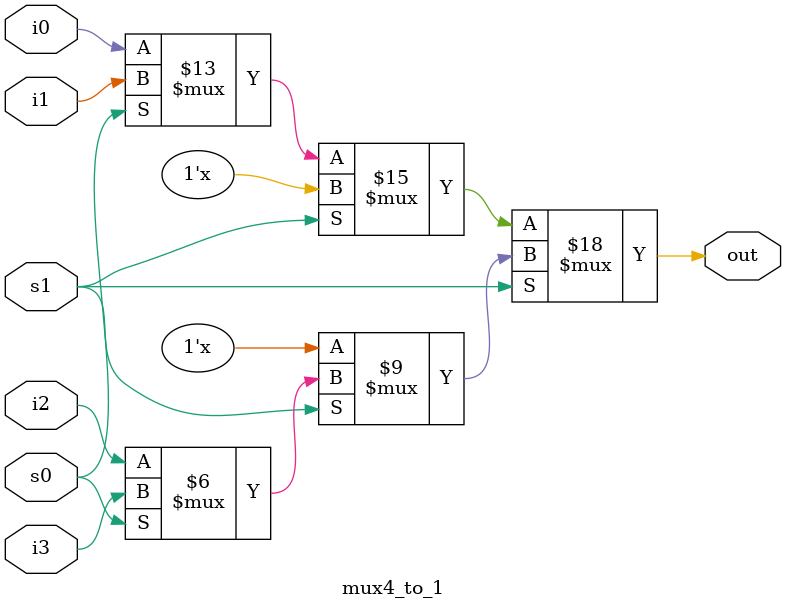
<source format=v>

module ans10;

reg I0,I1,I2,I3;
reg S0,S1;

wire OUT;

//monitor 
initial
$monitor($time," I0:%b || I1:%b ||I2:%b || I3:%b || S0:%b || S1:%b || OUT:%b ",I0,I1,I2,I3,S0,S1,OUT);

//instantiation
mux4_to_1 m1(.out(OUT),.i0(I0),.i1(I1),.i2(I2),.i3(I3),.s0(S0),.s1(S1));

//stimulus generation
initial
begin
I0=1'b1;I1=1'b0;I2=1'b0;I3=1'b0;S1=1'b0;S0=1'b0; #10;
I0=1'b0;I1=1'b1;I2=1'b0;I3=1'b0;S1=1'b0;S0=1'b1; #10;
I0=1'b1;I1=1'b0;I2=1'b1;I3=1'b0;S1=1'b1;S0=1'b0; #10;
I0=1'b1;I1=1'b0;I2=1'b0;I3=1'b1;S1=1'b1;S0=1'b1; 
end

endmodule

module mux4_to_1(out,i0,i1,i2,i3,s0,s1);

output out;
input i0,i1,i2,i3;
input s0,s1;

reg out;

always@(i0 or i1 or i2 or i3 or s0 or s1)
if(s1==1'b0)begin
  if(s0==1'b0) 
    out=i0;
  else 
    out =i1;
end
else
begin
  if(s0==1'b0)
    out=i2;
  else 
    out =i3;
end

endmodule

</source>
